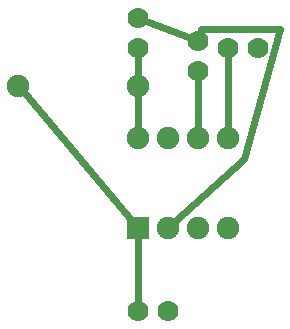
<source format=gbl>
G04 MADE WITH FRITZING*
G04 WWW.FRITZING.ORG*
G04 DOUBLE SIDED*
G04 HOLES PLATED*
G04 CONTOUR ON CENTER OF CONTOUR VECTOR*
%ASAXBY*%
%FSLAX23Y23*%
%MOIN*%
%OFA0B0*%
%SFA1.0B1.0*%
%ADD10C,0.075000*%
%ADD11C,0.070000*%
%ADD12R,0.075000X0.075000*%
%ADD13C,0.024000*%
%LNCOPPER0*%
G90*
G70*
G54D10*
X547Y367D03*
X547Y667D03*
X647Y367D03*
X647Y667D03*
X747Y367D03*
X747Y667D03*
X847Y367D03*
X847Y667D03*
X147Y842D03*
X547Y842D03*
G54D11*
X547Y92D03*
X647Y92D03*
X547Y1067D03*
X547Y966D03*
X747Y892D03*
X747Y992D03*
X847Y967D03*
X947Y967D03*
G54D12*
X547Y367D03*
G54D13*
X747Y695D02*
X747Y865D01*
D02*
X847Y695D02*
X847Y940D01*
D02*
X547Y870D02*
X547Y940D01*
D02*
X547Y695D02*
X547Y813D01*
D02*
X547Y118D02*
X547Y338D01*
D02*
X166Y820D02*
X529Y388D01*
D02*
X723Y1001D02*
X572Y1057D01*
D02*
X668Y386D02*
X900Y599D01*
X900Y599D02*
X1020Y1031D01*
X1020Y1031D02*
X756Y1031D01*
X756Y1031D02*
X753Y1017D01*
G04 End of Copper0*
M02*
</source>
